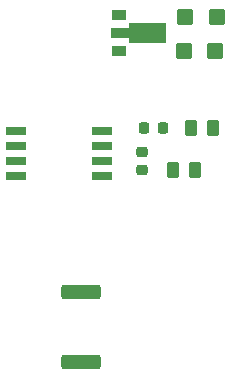
<source format=gbr>
%TF.GenerationSoftware,KiCad,Pcbnew,(6.0.5)*%
%TF.CreationDate,2022-07-13T16:28:14-04:00*%
%TF.ProjectId,torque_motor_design,746f7271-7565-45f6-9d6f-746f725f6465,rev?*%
%TF.SameCoordinates,Original*%
%TF.FileFunction,Paste,Bot*%
%TF.FilePolarity,Positive*%
%FSLAX46Y46*%
G04 Gerber Fmt 4.6, Leading zero omitted, Abs format (unit mm)*
G04 Created by KiCad (PCBNEW (6.0.5)) date 2022-07-13 16:28:14*
%MOMM*%
%LPD*%
G01*
G04 APERTURE LIST*
G04 Aperture macros list*
%AMRoundRect*
0 Rectangle with rounded corners*
0 $1 Rounding radius*
0 $2 $3 $4 $5 $6 $7 $8 $9 X,Y pos of 4 corners*
0 Add a 4 corners polygon primitive as box body*
4,1,4,$2,$3,$4,$5,$6,$7,$8,$9,$2,$3,0*
0 Add four circle primitives for the rounded corners*
1,1,$1+$1,$2,$3*
1,1,$1+$1,$4,$5*
1,1,$1+$1,$6,$7*
1,1,$1+$1,$8,$9*
0 Add four rect primitives between the rounded corners*
20,1,$1+$1,$2,$3,$4,$5,0*
20,1,$1+$1,$4,$5,$6,$7,0*
20,1,$1+$1,$6,$7,$8,$9,0*
20,1,$1+$1,$8,$9,$2,$3,0*%
%AMFreePoly0*
4,1,9,3.862500,-0.866500,0.737500,-0.866500,0.737500,-0.450000,-0.737500,-0.450000,-0.737500,0.450000,0.737500,0.450000,0.737500,0.866500,3.862500,0.866500,3.862500,-0.866500,3.862500,-0.866500,$1*%
G04 Aperture macros list end*
%ADD10R,1.300000X0.900000*%
%ADD11FreePoly0,0.000000*%
%ADD12R,1.700000X0.650000*%
%ADD13RoundRect,0.250000X0.450000X0.425000X-0.450000X0.425000X-0.450000X-0.425000X0.450000X-0.425000X0*%
%ADD14RoundRect,0.250000X-0.262500X-0.450000X0.262500X-0.450000X0.262500X0.450000X-0.262500X0.450000X0*%
%ADD15RoundRect,0.218750X-0.256250X0.218750X-0.256250X-0.218750X0.256250X-0.218750X0.256250X0.218750X0*%
%ADD16RoundRect,0.250000X0.262500X0.450000X-0.262500X0.450000X-0.262500X-0.450000X0.262500X-0.450000X0*%
%ADD17RoundRect,0.250000X1.425000X-0.362500X1.425000X0.362500X-1.425000X0.362500X-1.425000X-0.362500X0*%
%ADD18RoundRect,0.218750X-0.218750X-0.256250X0.218750X-0.256250X0.218750X0.256250X-0.218750X0.256250X0*%
G04 APERTURE END LIST*
D10*
%TO.C,U4*%
X190120000Y-40997000D03*
D11*
X190207500Y-39497000D03*
D10*
X190120000Y-37997000D03*
%TD*%
D12*
%TO.C,U1*%
X181398000Y-51585000D03*
X181398000Y-50315000D03*
X181398000Y-49045000D03*
X181398000Y-47775000D03*
X188698000Y-47775000D03*
X188698000Y-49045000D03*
X188698000Y-50315000D03*
X188698000Y-51585000D03*
%TD*%
D13*
%TO.C,C2*%
X198327000Y-41021000D03*
X195627000Y-41021000D03*
%TD*%
D14*
%TO.C,R8*%
X194725500Y-51074500D03*
X196550500Y-51074500D03*
%TD*%
D15*
%TO.C,D4*%
X192082000Y-49525000D03*
X192082000Y-51100000D03*
%TD*%
D16*
%TO.C,R7*%
X198074500Y-47518500D03*
X196249500Y-47518500D03*
%TD*%
D17*
%TO.C,R3*%
X186970000Y-67322500D03*
X186970000Y-61397500D03*
%TD*%
D13*
%TO.C,C1*%
X198454000Y-38100000D03*
X195754000Y-38100000D03*
%TD*%
D18*
%TO.C,D3*%
X192310500Y-47518500D03*
X193885500Y-47518500D03*
%TD*%
M02*

</source>
